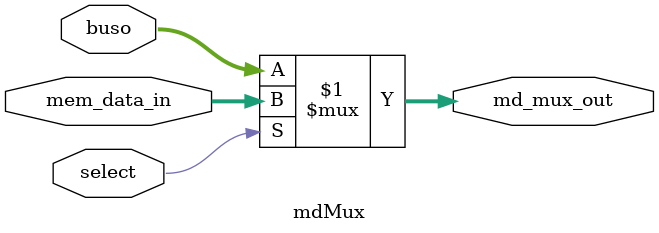
<source format=v>
module mdMux(
	input wire [31:0] buso,
	input wire [31:0] mem_data_in,
	input wire select,
	output wire [31:0] md_mux_out
);

	assign md_mux_out = select ? mem_data_in : buso;

endmodule 
</source>
